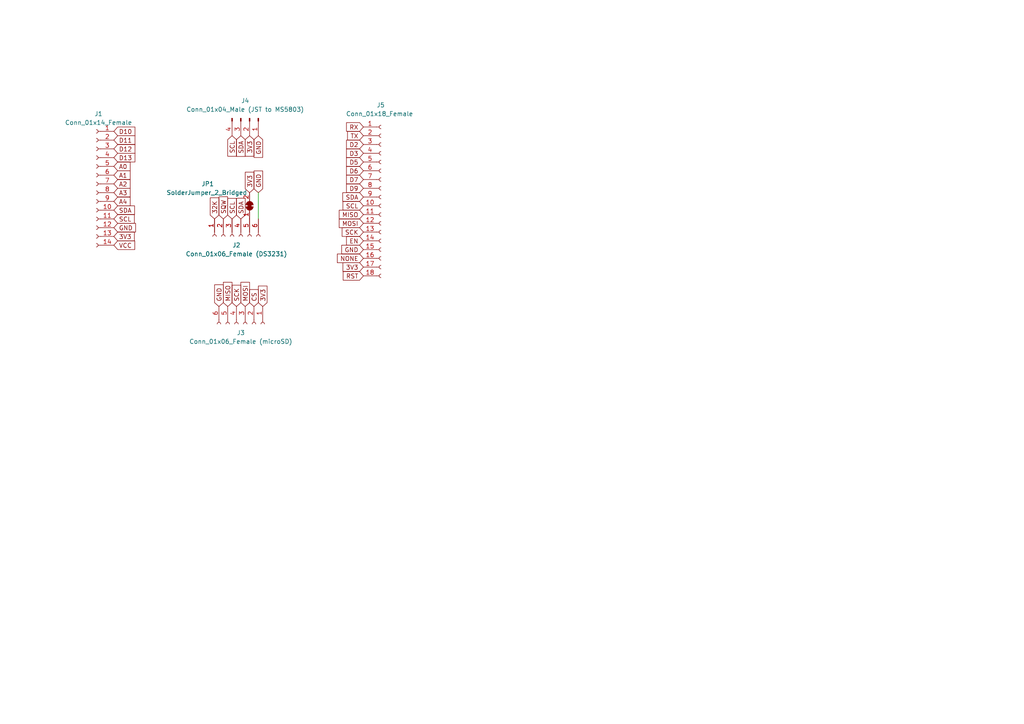
<source format=kicad_sch>
(kicad_sch (version 20211123) (generator eeschema)
  (paper "A4")
  (lib_symbols
    (symbol "Connector:Conn_01x04_Male" (pin_names (offset 1.016) hide)
      (property "Reference" "J" (at 0 5.08 0))
      (property "Value" "Conn_01x04_Male" (at 0 -7.62 0))
      (symbol "Conn_01x04_Male_1_1"
        (polyline (pts (xy 1.27 -5.08) (xy 0.8636 -5.08)) (stroke (width 0.1524)))
        (polyline (pts (xy 1.27 -2.54) (xy 0.8636 -2.54)) (stroke (width 0.1524)))
        (polyline (pts (xy 1.27 0) (xy 0.8636 0)) (stroke (width 0.1524)))
        (polyline (pts (xy 1.27 2.54) (xy 0.8636 2.54)) (stroke (width 0.1524)))
        (rectangle (start 0.8636 -4.953) (end 0 -5.207) (stroke (width 0.1524)) (fill (type outline)))
        (rectangle (start 0.8636 -2.413) (end 0 -2.667) (stroke (width 0.1524)) (fill (type outline)))
        (rectangle (start 0.8636 0.127) (end 0 -0.127) (stroke (width 0.1524)) (fill (type outline)))
        (rectangle (start 0.8636 2.667) (end 0 2.413) (stroke (width 0.1524)) (fill (type outline)))
        (pin passive line (at 5.08 2.54 180) (length 3.81) (name "Pin_1") (number "1"))
        (pin passive line (at 5.08 0 180) (length 3.81) (name "Pin_2") (number "2"))
        (pin passive line (at 5.08 -2.54 180) (length 3.81) (name "Pin_3") (number "3"))
        (pin passive line (at 5.08 -5.08 180) (length 3.81) (name "Pin_4") (number "4"))
      )
    )
    (symbol "Connector:Conn_01x06_Female" (pin_names (offset 1.016) hide)
      (property "Reference" "J" (at 0 7.62 0))
      (property "Value" "Conn_01x06_Female" (at 0 -10.16 0))
      (symbol "Conn_01x06_Female_1_1"
        (arc (start 0 -7.112) (mid -0.508 -7.62) (end 0 -8.128) (stroke (width 0.1524)))
        (arc (start 0 -4.572) (mid -0.508 -5.08) (end 0 -5.588) (stroke (width 0.1524)))
        (arc (start 0 -2.032) (mid -0.508 -2.54) (end 0 -3.048) (stroke (width 0.1524)))
        (polyline (pts (xy -1.27 -7.62) (xy -0.508 -7.62)) (stroke (width 0.1524)))
        (polyline (pts (xy -1.27 -5.08) (xy -0.508 -5.08)) (stroke (width 0.1524)))
        (polyline (pts (xy -1.27 -2.54) (xy -0.508 -2.54)) (stroke (width 0.1524)))
        (polyline (pts (xy -1.27 0) (xy -0.508 0)) (stroke (width 0.1524)))
        (polyline (pts (xy -1.27 2.54) (xy -0.508 2.54)) (stroke (width 0.1524)))
        (polyline (pts (xy -1.27 5.08) (xy -0.508 5.08)) (stroke (width 0.1524)))
        (arc (start 0 0.508) (mid -0.508 0) (end 0 -0.508) (stroke (width 0.1524)))
        (arc (start 0 3.048) (mid -0.508 2.54) (end 0 2.032) (stroke (width 0.1524)))
        (arc (start 0 5.588) (mid -0.508 5.08) (end 0 4.572) (stroke (width 0.1524)))
        (pin passive line (at -5.08 5.08 0) (length 3.81) (name "Pin_1") (number "1"))
        (pin passive line (at -5.08 2.54 0) (length 3.81) (name "Pin_2") (number "2"))
        (pin passive line (at -5.08 0 0) (length 3.81) (name "Pin_3") (number "3"))
        (pin passive line (at -5.08 -2.54 0) (length 3.81) (name "Pin_4") (number "4"))
        (pin passive line (at -5.08 -5.08 0) (length 3.81) (name "Pin_5") (number "5"))
        (pin passive line (at -5.08 -7.62 0) (length 3.81) (name "Pin_6") (number "6"))
      )
    )
    (symbol "Connector:Conn_01x14_Female" (pin_names (offset 1.016) hide)
      (property "Reference" "J" (at 0 17.78 0))
      (property "Value" "Conn_01x14_Female" (at 0 -20.32 0))
      (symbol "Conn_01x14_Female_1_1"
        (arc (start 0 -17.272) (mid -0.508 -17.78) (end 0 -18.288) (stroke (width 0.1524)))
        (arc (start 0 -14.732) (mid -0.508 -15.24) (end 0 -15.748) (stroke (width 0.1524)))
        (arc (start 0 -12.192) (mid -0.508 -12.7) (end 0 -13.208) (stroke (width 0.1524)))
        (arc (start 0 -9.652) (mid -0.508 -10.16) (end 0 -10.668) (stroke (width 0.1524)))
        (arc (start 0 -7.112) (mid -0.508 -7.62) (end 0 -8.128) (stroke (width 0.1524)))
        (arc (start 0 -4.572) (mid -0.508 -5.08) (end 0 -5.588) (stroke (width 0.1524)))
        (arc (start 0 -2.032) (mid -0.508 -2.54) (end 0 -3.048) (stroke (width 0.1524)))
        (polyline (pts (xy -1.27 -17.78) (xy -0.508 -17.78)) (stroke (width 0.1524)))
        (polyline (pts (xy -1.27 -15.24) (xy -0.508 -15.24)) (stroke (width 0.1524)))
        (polyline (pts (xy -1.27 -12.7) (xy -0.508 -12.7)) (stroke (width 0.1524)))
        (polyline (pts (xy -1.27 -10.16) (xy -0.508 -10.16)) (stroke (width 0.1524)))
        (polyline (pts (xy -1.27 -7.62) (xy -0.508 -7.62)) (stroke (width 0.1524)))
        (polyline (pts (xy -1.27 -5.08) (xy -0.508 -5.08)) (stroke (width 0.1524)))
        (polyline (pts (xy -1.27 -2.54) (xy -0.508 -2.54)) (stroke (width 0.1524)))
        (polyline (pts (xy -1.27 0) (xy -0.508 0)) (stroke (width 0.1524)))
        (polyline (pts (xy -1.27 2.54) (xy -0.508 2.54)) (stroke (width 0.1524)))
        (polyline (pts (xy -1.27 5.08) (xy -0.508 5.08)) (stroke (width 0.1524)))
        (polyline (pts (xy -1.27 7.62) (xy -0.508 7.62)) (stroke (width 0.1524)))
        (polyline (pts (xy -1.27 10.16) (xy -0.508 10.16)) (stroke (width 0.1524)))
        (polyline (pts (xy -1.27 12.7) (xy -0.508 12.7)) (stroke (width 0.1524)))
        (polyline (pts (xy -1.27 15.24) (xy -0.508 15.24)) (stroke (width 0.1524)))
        (arc (start 0 0.508) (mid -0.508 0) (end 0 -0.508) (stroke (width 0.1524)))
        (arc (start 0 3.048) (mid -0.508 2.54) (end 0 2.032) (stroke (width 0.1524)))
        (arc (start 0 5.588) (mid -0.508 5.08) (end 0 4.572) (stroke (width 0.1524)))
        (arc (start 0 8.128) (mid -0.508 7.62) (end 0 7.112) (stroke (width 0.1524)))
        (arc (start 0 10.668) (mid -0.508 10.16) (end 0 9.652) (stroke (width 0.1524)))
        (arc (start 0 13.208) (mid -0.508 12.7) (end 0 12.192) (stroke (width 0.1524)))
        (arc (start 0 15.748) (mid -0.508 15.24) (end 0 14.732) (stroke (width 0.1524)))
        (pin passive line (at -5.08 15.24 0) (length 3.81) (name "Pin_1") (number "1"))
        (pin passive line (at -5.08 -7.62 0) (length 3.81) (name "Pin_10") (number "10"))
        (pin passive line (at -5.08 -10.16 0) (length 3.81) (name "Pin_11") (number "11"))
        (pin passive line (at -5.08 -12.7 0) (length 3.81) (name "Pin_12") (number "12"))
        (pin passive line (at -5.08 -15.24 0) (length 3.81) (name "Pin_13") (number "13"))
        (pin passive line (at -5.08 -17.78 0) (length 3.81) (name "Pin_14") (number "14"))
        (pin passive line (at -5.08 12.7 0) (length 3.81) (name "Pin_2") (number "2"))
        (pin passive line (at -5.08 10.16 0) (length 3.81) (name "Pin_3") (number "3"))
        (pin passive line (at -5.08 7.62 0) (length 3.81) (name "Pin_4") (number "4"))
        (pin passive line (at -5.08 5.08 0) (length 3.81) (name "Pin_5") (number "5"))
        (pin passive line (at -5.08 2.54 0) (length 3.81) (name "Pin_6") (number "6"))
        (pin passive line (at -5.08 0 0) (length 3.81) (name "Pin_7") (number "7"))
        (pin passive line (at -5.08 -2.54 0) (length 3.81) (name "Pin_8") (number "8"))
        (pin passive line (at -5.08 -5.08 0) (length 3.81) (name "Pin_9") (number "9"))
      )
    )
    (symbol "Connector:Conn_01x18_Female" (pin_names (offset 1.016) hide)
      (property "Reference" "J" (at 0 22.86 0))
      (property "Value" "Conn_01x18_Female" (at 0 -25.4 0))
      (symbol "Conn_01x18_Female_1_1"
        (arc (start 0 -22.352) (mid -0.508 -22.86) (end 0 -23.368) (stroke (width 0.1524)))
        (arc (start 0 -19.812) (mid -0.508 -20.32) (end 0 -20.828) (stroke (width 0.1524)))
        (arc (start 0 -17.272) (mid -0.508 -17.78) (end 0 -18.288) (stroke (width 0.1524)))
        (arc (start 0 -14.732) (mid -0.508 -15.24) (end 0 -15.748) (stroke (width 0.1524)))
        (arc (start 0 -12.192) (mid -0.508 -12.7) (end 0 -13.208) (stroke (width 0.1524)))
        (arc (start 0 -9.652) (mid -0.508 -10.16) (end 0 -10.668) (stroke (width 0.1524)))
        (arc (start 0 -7.112) (mid -0.508 -7.62) (end 0 -8.128) (stroke (width 0.1524)))
        (arc (start 0 -4.572) (mid -0.508 -5.08) (end 0 -5.588) (stroke (width 0.1524)))
        (arc (start 0 -2.032) (mid -0.508 -2.54) (end 0 -3.048) (stroke (width 0.1524)))
        (polyline (pts (xy -1.27 -22.86) (xy -0.508 -22.86)) (stroke (width 0.1524)))
        (polyline (pts (xy -1.27 -20.32) (xy -0.508 -20.32)) (stroke (width 0.1524)))
        (polyline (pts (xy -1.27 -17.78) (xy -0.508 -17.78)) (stroke (width 0.1524)))
        (polyline (pts (xy -1.27 -15.24) (xy -0.508 -15.24)) (stroke (width 0.1524)))
        (polyline (pts (xy -1.27 -12.7) (xy -0.508 -12.7)) (stroke (width 0.1524)))
        (polyline (pts (xy -1.27 -10.16) (xy -0.508 -10.16)) (stroke (width 0.1524)))
        (polyline (pts (xy -1.27 -7.62) (xy -0.508 -7.62)) (stroke (width 0.1524)))
        (polyline (pts (xy -1.27 -5.08) (xy -0.508 -5.08)) (stroke (width 0.1524)))
        (polyline (pts (xy -1.27 -2.54) (xy -0.508 -2.54)) (stroke (width 0.1524)))
        (polyline (pts (xy -1.27 0) (xy -0.508 0)) (stroke (width 0.1524)))
        (polyline (pts (xy -1.27 2.54) (xy -0.508 2.54)) (stroke (width 0.1524)))
        (polyline (pts (xy -1.27 5.08) (xy -0.508 5.08)) (stroke (width 0.1524)))
        (polyline (pts (xy -1.27 7.62) (xy -0.508 7.62)) (stroke (width 0.1524)))
        (polyline (pts (xy -1.27 10.16) (xy -0.508 10.16)) (stroke (width 0.1524)))
        (polyline (pts (xy -1.27 12.7) (xy -0.508 12.7)) (stroke (width 0.1524)))
        (polyline (pts (xy -1.27 15.24) (xy -0.508 15.24)) (stroke (width 0.1524)))
        (polyline (pts (xy -1.27 17.78) (xy -0.508 17.78)) (stroke (width 0.1524)))
        (polyline (pts (xy -1.27 20.32) (xy -0.508 20.32)) (stroke (width 0.1524)))
        (arc (start 0 0.508) (mid -0.508 0) (end 0 -0.508) (stroke (width 0.1524)))
        (arc (start 0 3.048) (mid -0.508 2.54) (end 0 2.032) (stroke (width 0.1524)))
        (arc (start 0 5.588) (mid -0.508 5.08) (end 0 4.572) (stroke (width 0.1524)))
        (arc (start 0 8.128) (mid -0.508 7.62) (end 0 7.112) (stroke (width 0.1524)))
        (arc (start 0 10.668) (mid -0.508 10.16) (end 0 9.652) (stroke (width 0.1524)))
        (arc (start 0 13.208) (mid -0.508 12.7) (end 0 12.192) (stroke (width 0.1524)))
        (arc (start 0 15.748) (mid -0.508 15.24) (end 0 14.732) (stroke (width 0.1524)))
        (arc (start 0 18.288) (mid -0.508 17.78) (end 0 17.272) (stroke (width 0.1524)))
        (arc (start 0 20.828) (mid -0.508 20.32) (end 0 19.812) (stroke (width 0.1524)))
        (pin passive line (at -5.08 20.32 0) (length 3.81) (name "Pin_1") (number "1"))
        (pin passive line (at -5.08 -2.54 0) (length 3.81) (name "Pin_10") (number "10"))
        (pin passive line (at -5.08 -5.08 0) (length 3.81) (name "Pin_11") (number "11"))
        (pin passive line (at -5.08 -7.62 0) (length 3.81) (name "Pin_12") (number "12"))
        (pin passive line (at -5.08 -10.16 0) (length 3.81) (name "Pin_13") (number "13"))
        (pin passive line (at -5.08 -12.7 0) (length 3.81) (name "Pin_14") (number "14"))
        (pin passive line (at -5.08 -15.24 0) (length 3.81) (name "Pin_15") (number "15"))
        (pin passive line (at -5.08 -17.78 0) (length 3.81) (name "Pin_16") (number "16"))
        (pin passive line (at -5.08 -20.32 0) (length 3.81) (name "Pin_17") (number "17"))
        (pin passive line (at -5.08 -22.86 0) (length 3.81) (name "Pin_18") (number "18"))
        (pin passive line (at -5.08 17.78 0) (length 3.81) (name "Pin_2") (number "2"))
        (pin passive line (at -5.08 15.24 0) (length 3.81) (name "Pin_3") (number "3"))
        (pin passive line (at -5.08 12.7 0) (length 3.81) (name "Pin_4") (number "4"))
        (pin passive line (at -5.08 10.16 0) (length 3.81) (name "Pin_5") (number "5"))
        (pin passive line (at -5.08 7.62 0) (length 3.81) (name "Pin_6") (number "6"))
        (pin passive line (at -5.08 5.08 0) (length 3.81) (name "Pin_7") (number "7"))
        (pin passive line (at -5.08 2.54 0) (length 3.81) (name "Pin_8") (number "8"))
        (pin passive line (at -5.08 0 0) (length 3.81) (name "Pin_9") (number "9"))
      )
    )
    (symbol "Jumper:SolderJumper_2_Bridged" (pin_names (offset 0) hide)
      (property "Reference" "JP" (at 0 2.032 0))
      (property "Value" "SolderJumper_2_Bridged" (at 0 -2.54 0))
      (symbol "SolderJumper_2_Bridged_0_1"
        (rectangle (start -0.508 0.508) (end 0.508 -0.508) (fill (type outline)))
        (arc (start -0.254 1.016) (mid -1.27 0) (end -0.254 -1.016))
        (arc (start -0.254 1.016) (mid -1.27 0) (end -0.254 -1.016) (fill (type outline)))
        (polyline (pts (xy -0.254 1.016) (xy -0.254 -1.016)))
        (polyline (pts (xy 0.254 1.016) (xy 0.254 -1.016)))
        (arc (start 0.254 -1.016) (mid 1.27 0) (end 0.254 1.016))
        (arc (start 0.254 -1.016) (mid 1.27 0) (end 0.254 1.016) (fill (type outline)))
      )
      (symbol "SolderJumper_2_Bridged_1_1"
        (pin passive line (at -3.81 0 0) (length 2.54) (name "A") (number "1"))
        (pin passive line (at 3.81 0 180) (length 2.54) (name "B") (number "2"))
      )
    )
  )
  (wire (pts (xy 74.93 55.88) (xy 74.93 63.5)))
  (global_label "SDA" (shape input) (at 105.41 57.15 180) (property "Intersheet References" "${INTERSHEET_REFS}" (effects hide)))
  (global_label "SQW" (shape input) (at 64.77 63.5 90) (property "Intersheet References" "${INTERSHEET_REFS}" (effects hide)))
  (global_label "D2" (shape input) (at 105.41 41.91 180) (property "Intersheet References" "${INTERSHEET_REFS}" (effects hide)))
  (global_label "SCK" (shape input) (at 105.41 67.31 180) (property "Intersheet References" "${INTERSHEET_REFS}" (effects hide)))
  (global_label "CS" (shape input) (at 73.66 88.9 90) (property "Intersheet References" "${INTERSHEET_REFS}" (effects hide)))
  (global_label "GND" (shape input) (at 105.41 72.39 180) (property "Intersheet References" "${INTERSHEET_REFS}" (effects hide)))
  (global_label "SDA" (shape input) (at 69.85 63.5 90) (property "Intersheet References" "${INTERSHEET_REFS}" (effects hide)))
  (global_label "TX" (shape input) (at 105.41 39.37 180) (property "Intersheet References" "${INTERSHEET_REFS}" (effects hide)))
  (global_label "D5" (shape input) (at 105.41 46.99 180) (property "Intersheet References" "${INTERSHEET_REFS}" (effects hide)))
  (global_label "SDA" (shape input) (at 33.02 60.96 0) (property "Intersheet References" "${INTERSHEET_REFS}" (effects hide)))
  (global_label "D13" (shape input) (at 33.02 45.72 0) (property "Intersheet References" "${INTERSHEET_REFS}" (effects hide)))
  (global_label "D7" (shape input) (at 105.41 52.07 180) (property "Intersheet References" "${INTERSHEET_REFS}" (effects hide)))
  (global_label "MOSI" (shape input) (at 71.12 88.9 90) (property "Intersheet References" "${INTERSHEET_REFS}" (effects hide)))
  (global_label "RST" (shape input) (at 105.41 80.01 180) (property "Intersheet References" "${INTERSHEET_REFS}" (effects hide)))
  (global_label "3V3" (shape input) (at 76.2 88.9 90) (property "Intersheet References" "${INTERSHEET_REFS}" (effects hide)))
  (global_label "A2" (shape input) (at 33.02 53.34 0) (property "Intersheet References" "${INTERSHEET_REFS}" (effects hide)))
  (global_label "3V3" (shape input) (at 72.39 39.37 270) (property "Intersheet References" "${INTERSHEET_REFS}" (effects hide)))
  (global_label "SCL" (shape input) (at 67.31 39.37 270) (property "Intersheet References" "${INTERSHEET_REFS}" (effects hide)))
  (global_label "SCL" (shape input) (at 33.02 63.5 0) (property "Intersheet References" "${INTERSHEET_REFS}" (effects hide)))
  (global_label "D11" (shape input) (at 33.02 40.64 0) (property "Intersheet References" "${INTERSHEET_REFS}" (effects hide)))
  (global_label "RX" (shape input) (at 105.41 36.83 180) (property "Intersheet References" "${INTERSHEET_REFS}" (effects hide)))
  (global_label "NONE" (shape input) (at 105.41 74.93 180) (property "Intersheet References" "${INTERSHEET_REFS}" (effects hide)))
  (global_label "VCC" (shape input) (at 33.02 71.12 0) (property "Intersheet References" "${INTERSHEET_REFS}" (effects hide)))
  (global_label "D3" (shape input) (at 105.41 44.45 180) (property "Intersheet References" "${INTERSHEET_REFS}" (effects hide)))
  (global_label "D12" (shape input) (at 33.02 43.18 0) (property "Intersheet References" "${INTERSHEET_REFS}" (effects hide)))
  (global_label "A0" (shape input) (at 33.02 48.26 0) (property "Intersheet References" "${INTERSHEET_REFS}" (effects hide)))
  (global_label "A3" (shape input) (at 33.02 55.88 0) (property "Intersheet References" "${INTERSHEET_REFS}" (effects hide)))
  (global_label "D10" (shape input) (at 33.02 38.1 0) (property "Intersheet References" "${INTERSHEET_REFS}" (effects hide)))
  (global_label "MISO" (shape input) (at 105.41 62.23 180) (property "Intersheet References" "${INTERSHEET_REFS}" (effects hide)))
  (global_label "32K" (shape input) (at 62.23 63.5 90) (property "Intersheet References" "${INTERSHEET_REFS}" (effects hide)))
  (global_label "MOSI" (shape input) (at 105.41 64.77 180) (property "Intersheet References" "${INTERSHEET_REFS}" (effects hide)))
  (global_label "3V3" (shape input) (at 105.41 77.47 180) (property "Intersheet References" "${INTERSHEET_REFS}" (effects hide)))
  (global_label "A4" (shape input) (at 33.02 58.42 0) (property "Intersheet References" "${INTERSHEET_REFS}" (effects hide)))
  (global_label "EN" (shape input) (at 105.41 69.85 180) (property "Intersheet References" "${INTERSHEET_REFS}" (effects hide)))
  (global_label "SCL" (shape input) (at 105.41 59.69 180) (property "Intersheet References" "${INTERSHEET_REFS}" (effects hide)))
  (global_label "MISO" (shape input) (at 66.04 88.9 90) (property "Intersheet References" "${INTERSHEET_REFS}" (effects hide)))
  (global_label "D9" (shape input) (at 105.41 54.61 180) (property "Intersheet References" "${INTERSHEET_REFS}" (effects hide)))
  (global_label "GND" (shape input) (at 33.02 66.04 0) (property "Intersheet References" "${INTERSHEET_REFS}" (effects hide)))
  (global_label "GND" (shape input) (at 74.93 55.88 90) (property "Intersheet References" "${INTERSHEET_REFS}" (effects hide)))
  (global_label "D6" (shape input) (at 105.41 49.53 180) (property "Intersheet References" "${INTERSHEET_REFS}" (effects hide)))
  (global_label "SCL" (shape input) (at 67.31 63.5 90) (property "Intersheet References" "${INTERSHEET_REFS}" (effects hide)))
  (global_label "GND" (shape input) (at 63.5 88.9 90) (property "Intersheet References" "${INTERSHEET_REFS}" (effects hide)))
  (global_label "SCK" (shape input) (at 68.58 88.9 90) (property "Intersheet References" "${INTERSHEET_REFS}" (effects hide)))
  (global_label "GND" (shape input) (at 74.93 39.37 270) (property "Intersheet References" "${INTERSHEET_REFS}" (effects hide)))
  (global_label "A1" (shape input) (at 33.02 50.8 0) (property "Intersheet References" "${INTERSHEET_REFS}" (effects hide)))
  (global_label "3V3" (shape input) (at 33.02 68.58 0) (property "Intersheet References" "${INTERSHEET_REFS}" (effects hide)))
  (global_label "3V3" (shape input) (at 72.39 55.88 90) (property "Intersheet References" "${INTERSHEET_REFS}" (effects hide)))
  (global_label "SDA" (shape input) (at 69.85 39.37 270) (property "Intersheet References" "${INTERSHEET_REFS}" (effects hide)))
  (symbol (lib_id "Connector:Conn_01x18_Female") (at 110.49 57.15 0) (unit 1)
    (property "Reference" "J5" (at 109.22 30.48 0) (effects (justify left)))
    (property "Value" "Conn_01x18_Female" (at 100.33 33.02 0) (effects (justify left)))
    (property "Footprint" "Connector_PinHeader_2.54mm:PinHeader_1x18_P2.54mm_Vertical" (effects hide))
  )
  (symbol (lib_id "Connector:Conn_01x06_Female") (at 71.12 93.98 270) (unit 1)
    (property "Reference" "J3" (at 69.85 96.52 90))
    (property "Value" "Conn_01x06_Female (microSD)" (at 69.85 99.06 90))
    (property "Footprint" "Connector_PinSocket_2.54mm:PinSocket_1x06_P2.54mm_Vertical" (effects hide))
  )
  (symbol (lib_id "Connector:Conn_01x04_Male") (at 72.39 34.29 270) (unit 1)
    (property "Reference" "J4" (at 71.12 29.21 90))
    (property "Value" "Conn_01x04_Male (JST to MS5803)" (at 71.12 31.75 90))
    (property "Footprint" "Connector_JST:JST_PH_B4B-PH-K_1x04_P2.00mm_Vertical" (effects hide))
  )
  (symbol (lib_id "Connector:Conn_01x14_Female") (at 27.94 53.34 0) (mirror y) (unit 1)
    (property "Reference" "J1" (at 28.575 33.02 0))
    (property "Value" "Conn_01x14_Female" (at 28.575 35.56 0))
    (property "Footprint" "Connector_PinHeader_2.54mm:PinHeader_1x14_P2.54mm_Vertical" (effects hide))
  )
  (symbol (lib_id "Connector:Conn_01x06_Female") (at 67.31 68.58 90) (mirror x) (unit 1)
    (property "Reference" "J2" (at 68.58 71.12 90))
    (property "Value" "Conn_01x06_Female (DS3231)" (at 68.58 73.66 90))
    (property "Footprint" "Connector_PinSocket_2.54mm:PinSocket_1x06_P2.54mm_Vertical" (effects hide))
  )
  (symbol (lib_id "Jumper:SolderJumper_2_Bridged") (at 72.39 59.69 90) (unit 1)
    (property "Reference" "JP1" (at 58.42 53.34 90) (effects (justify right)))
    (property "Value" "SolderJumper_2_Bridged" (at 48.26 55.88 90) (effects (justify right)))
    (property "Footprint" "Jumper:SolderJumper-2_P1.3mm_Bridged_RoundedPad1.0x1.5mm" (effects hide))
  )
)
</source>
